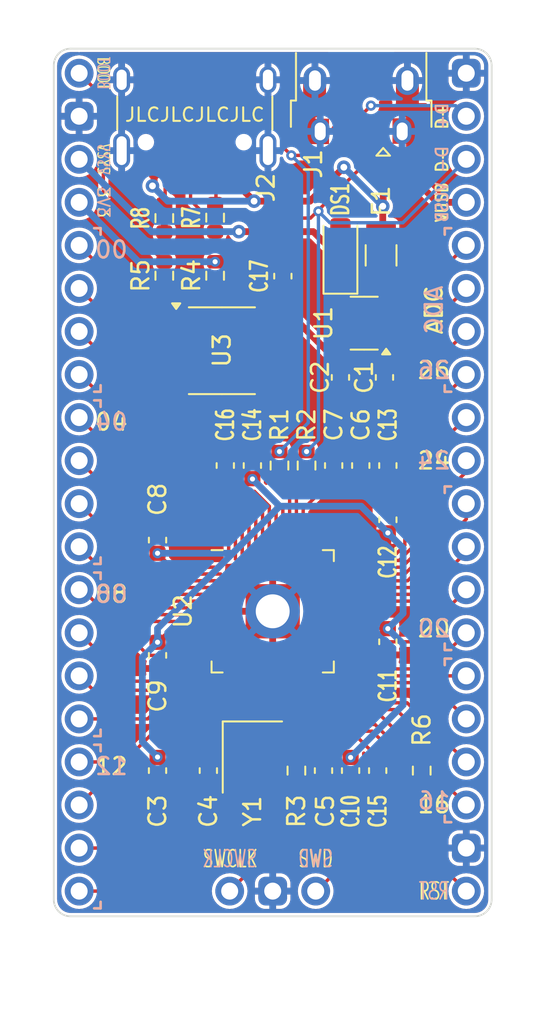
<source format=kicad_pcb>
(kicad_pcb (version 20240108) (generator "pcbnew") (generator_version "8.0")
  (title_block (title "YUIOP2040") (date "2024-08-03") (rev "3") (company "KaoriYa"))
  (layers (0 "F.Cu" signal) (31 "B.Cu" signal) (34 "B.Paste" user) (35 "F.Paste" user) (36 "B.SilkS" user "B.Silkscreen") (37 "F.SilkS" user "F.Silkscreen") (38 "B.Mask" user) (39 "F.Mask" user) (44 "Edge.Cuts" user))
  (net 0 "")
  (net 1 "/VSYS")
  (net 2 "GND")
  (net 3 "+3V3")
  (net 4 "/XIN")
  (net 5 "Net-(C5-Pad2)")
  (net 6 "+1V1")
  (net 7 "Net-(DS1-Pad2)")
  (net 8 "/USB_VBUS")
  (net 9 "/USB_D-")
  (net 10 "/USB_D+")
  (net 12 "Net-(J2-PadA5)")
  (net 14 "Net-(J2-PadB5)")
  (net 16 "Net-(R1-Pad1)")
  (net 17 "Net-(R2-Pad1)")
  (net 18 "/XOUT")
  (net 19 "/QSPI_SS")
  (net 20 "/RUN")
  (net 22 "/GPIO0")
  (net 23 "/GPIO1")
  (net 24 "/GPIO2")
  (net 25 "/GPIO3")
  (net 26 "/GPIO4")
  (net 27 "/GPIO5")
  (net 28 "/GPIO6")
  (net 29 "/GPIO7")
  (net 30 "/GPIO8")
  (net 31 "/GPIO9")
  (net 32 "/GPIO10")
  (net 33 "/GPIO11")
  (net 34 "/GPIO12")
  (net 35 "/GPIO13")
  (net 36 "/GPIO14")
  (net 37 "/GPIO15")
  (net 38 "/SWCLK")
  (net 39 "/SWD")
  (net 40 "/GPIO16")
  (net 41 "/GPIO17")
  (net 42 "/GPIO18")
  (net 43 "/GPIO19")
  (net 44 "/GPIO20")
  (net 45 "/GPIO21")
  (net 46 "/GPIO22")
  (net 47 "/GPIO23")
  (net 48 "/GPIO24")
  (net 49 "/GPIO25")
  (net 50 "/GPIO26_ADC0")
  (net 51 "/GPIO27_ADC1")
  (net 52 "/GPIO28_ADC2")
  (net 53 "/GPIO29_ADC3")
  (net 54 "/QSPI_SD3")
  (net 55 "/QSPI_SCLK")
  (net 56 "/QSPI_SD0")
  (net 57 "/QSPI_SD2")
  (net 58 "/QSPI_SD1")
  (net 59 "/BOOTSEL")
  (net 60 "/RESET")
  (footprint "Resistor_SMD:R_0603_1608Metric" (layer "F.Cu") (at 141.4 98.2 90)
    (property "Reference" "R2")
    (property "Value" "27")
  )
  (footprint "RP2040_minimal:RP2040-QFN-56-r2" (layer "F.Cu") (at 139.4 106.8)
    (property "Reference" "U2")
    (property "Value" "RP2040")
  )
  (footprint "Connector_PinHeader_2.54mm:PinHeader_1x20_P2.54mm_Vertical" (layer "F.Cu") (at 150.83 123.31 180)
    (property "Reference" "J4" (hide yes))
    (property "Value" "Conn_01x20")
  )
  (footprint "Capacitor_SMD:C_0603_1608Metric" (layer "F.Cu") (at 144 116.2 -90)
    (property "Reference" "C10")
    (property "Value" "100n")
  )
  (footprint "Capacitor_SMD:C_0603_1608Metric" (layer "F.Cu") (at 132.6 109.4 -90)
    (property "Reference" "C9")
    (property "Value" "100n")
  )
  (footprint "Capacitor_SMD:C_0603_1608Metric" (layer "F.Cu") (at 146.2 108.6 -90)
    (property "Reference" "C11")
    (property "Value" "100n")
  )
  (footprint "Resistor_SMD:R_0603_1608Metric" (layer "F.Cu") (at 139.8 98.2 90)
    (property "Reference" "R1")
    (property "Value" "27")
  )
  (footprint "Package_TO_SOT_SMD:SOT-23-5" (layer "F.Cu") (at 144.8 89.8 180)
    (property "Reference" "U1")
    (property "Value" "MIC5219-3.3YM5")
  )
  (footprint "Connector_PinHeader_2.54mm:PinHeader_1x03_P2.54mm_Vertical" (layer "F.Cu") (at 136.86 123.31 90)
    (property "Reference" "J5" (hide yes))
    (property "Value" "Conn_01x03")
  )
  (footprint "Capacitor_SMD:C_0603_1608Metric" (layer "F.Cu") (at 135.6 116.2 90)
    (property "Reference" "C4")
    (property "Value" "10p")
  )
  (footprint "Diode_SMD:D_SOD-123" (layer "F.Cu") (at 143.4 85.7 90)
    (property "Reference" "DS1")
    (property "Value" "RB160M-30TR")
  )
  (footprint "Capacitor_SMD:C_0603_1608Metric" (layer "F.Cu") (at 145.6 116.2 -90)
    (property "Reference" "C15")
    (property "Value" "100n")
  )
  (footprint "Resistor_SMD:R_0603_1608Metric" (layer "F.Cu") (at 136 83.575 -90)
    (property "Reference" "R7")
    (property "Value" "5.1k")
  )
  (footprint "Capacitor_SMD:C_0603_1608Metric" (layer "F.Cu") (at 132.6 116.2 -90)
    (property "Reference" "C3")
    (property "Value" "10u")
  )
  (footprint "Crystal:Crystal_SMD_SeikoEpson_FA238V-4Pin_3.2x2.5mm" (layer "F.Cu") (at 138.2 115.4 -90)
    (property "Reference" "Y1")
    (property "Value" "FA238V 12.000000MHz 10.0 +50.0-50.0")
  )
  (footprint "Resistor_SMD:R_0603_1608Metric" (layer "F.Cu") (at 133 83.6 -90)
    (property "Reference" "R8")
    (property "Value" "5.1k")
  )
  (footprint "Capacitor_SMD:C_0603_1608Metric" (layer "F.Cu") (at 146.2 101.4 90)
    (property "Reference" "C12")
    (property "Value" "100n")
  )
  (footprint "Capacitor_SMD:C_0603_1608Metric" (layer "F.Cu") (at 146 93 -90)
    (property "Reference" "C1")
    (property "Value" "10u")
  )
  (footprint "Fuse:Fuse_1206_3216Metric" (layer "F.Cu") (at 145.8 85.8 -90)
    (property "Reference" "F1")
    (property "Value" "MF-NSMF050-2")
  )
  (footprint "Capacitor_SMD:C_0603_1608Metric" (layer "F.Cu") (at 143 98.2 90)
    (property "Reference" "C7")
    (property "Value" "1u")
  )
  (footprint "Capacitor_SMD:C_0603_1608Metric" (layer "F.Cu") (at 138.2 98.2 90)
    (property "Reference" "C14")
    (property "Value" "100n")
  )
  (footprint "Resistor_SMD:R_0603_1608Metric" (layer "F.Cu") (at 133 87 -90)
    (property "Reference" "R5")
    (property "Value" "1k")
  )
  (footprint "Capacitor_SMD:C_0603_1608Metric" (layer "F.Cu") (at 144.6 98.2 90)
    (property "Reference" "C6")
    (property "Value" "1u")
  )
  (footprint "Package_SO:SOIC-8_3.9x4.9mm_P1.27mm" (layer "F.Cu") (at 136.4 91.425)
    (property "Reference" "U3")
    (property "Value" "W25Q16JVSS")
  )
  (footprint "Capacitor_SMD:C_0603_1608Metric" (layer "F.Cu") (at 136.6 98.2 90)
    (property "Reference" "C16")
    (property "Value" "100n")
  )
  (footprint "Resistor_SMD:R_0603_1608Metric" (layer "F.Cu") (at 140.8 116.2 90)
    (property "Reference" "R3")
    (property "Value" "1k")
  )
  (footprint "Capacitor_SMD:C_0603_1608Metric" (layer "F.Cu") (at 146.2 98.2 90)
    (property "Reference" "C13")
    (property "Value" "100n")
  )
  (footprint "Connector_PinHeader_2.54mm:PinHeader_1x20_P2.54mm_Vertical" (layer "F.Cu") (at 127.97 75.05)
    (property "Reference" "J3" (hide yes))
    (property "Value" "Conn_01x20")
  )
  (footprint "Capacitor_SMD:C_0603_1608Metric" (layer "F.Cu") (at 143.4 93 -90)
    (property "Reference" "C2")
    (property "Value" "10u")
  )
  (footprint "Capacitor_SMD:C_0603_1608Metric" (layer "F.Cu") (at 142.4 116.2 90)
    (property "Reference" "C5")
    (property "Value" "10p")
  )
  (footprint "Connector_USB:USB_Micro-B_Amphenol_10103594-0001LF_Horizontal" (layer "F.Cu") (at 144.6 76.6 180)
    (property "Reference" "J1")
    (property "Value" "USB_B_Micro")
  )
  (footprint "Connector_USB:USB_C_Receptacle_XKB_U262-16XN-4BVC11" (layer "F.Cu") (at 134.8 76.515 180)
    (property "Reference" "J2")
    (property "Value" "USB_C_Receptacle_USB2.0")
  )
  (footprint "Capacitor_SMD:C_0603_1608Metric" (layer "F.Cu") (at 132.6 102.6 90)
    (property "Reference" "C8")
    (property "Value" "100n")
  )
  (footprint "Capacitor_SMD:C_0603_1608Metric" (layer "F.Cu") (at 140 87.025 90)
    (property "Reference" "C17")
    (property "Value" "100n")
  )
  (footprint "Resistor_SMD:R_0603_1608Metric" (layer "F.Cu") (at 148.2 116.2 90)
    (property "Reference" "R6")
    (property "Value" "1k")
  )
  (footprint "Resistor_SMD:R_0603_1608Metric" (layer "F.Cu") (at 136 87 90)
    (property "Reference" "R4")
    (property "Value" "10k")
  )
  (gr_line (start 129.24 114.166) (end 129.24 113.785) (stroke (width 0.15)) (layer "B.SilkS"))
  (gr_line (start 128.859 93.846) (end 129.24 93.846) (stroke (width 0.15)) (layer "B.SilkS"))
  (gr_line (start 149.56 108.705) (end 149.56 109.086) (stroke (width 0.15)) (layer "B.SilkS"))
  (gr_line (start 129.24 115.055) (end 129.24 114.674) (stroke (width 0.15)) (layer "B.SilkS"))
  (gr_line (start 129.24 84.194) (end 128.859 84.194) (stroke (width 0.15)) (layer "B.SilkS"))
  (gr_line (start 129.24 94.735) (end 129.24 94.354) (stroke (width 0.15)) (layer "B.SilkS"))
  (gr_line (start 149.941 84.194) (end 149.56 84.194) (stroke (width 0.15)) (layer "B.SilkS"))
  (gr_line (start 129.24 104.006) (end 129.24 103.625) (stroke (width 0.15)) (layer "B.SilkS"))
  (gr_line (start 149.56 109.086) (end 149.941 109.086) (stroke (width 0.15)) (layer "B.SilkS"))
  (gr_line (start 149.56 93.846) (end 149.941 93.846) (stroke (width 0.15)) (layer "B.SilkS"))
  (gr_line (start 129.24 104.514) (end 128.859 104.514) (stroke (width 0.15)) (layer "B.SilkS"))
  (gr_line (start 129.24 84.575) (end 129.24 84.194) (stroke (width 0.15)) (layer "B.SilkS"))
  (gr_line (start 149.56 99.434) (end 149.56 99.815) (stroke (width 0.15)) (layer "B.SilkS"))
  (gr_line (start 129.24 94.354) (end 128.859 94.354) (stroke (width 0.15)) (layer "B.SilkS"))
  (gr_line (start 149.56 93.465) (end 149.56 93.846) (stroke (width 0.15)) (layer "B.SilkS"))
  (gr_line (start 149.941 99.434) (end 149.56 99.434) (stroke (width 0.15)) (layer "B.SilkS"))
  (gr_line (start 129.24 114.674) (end 128.859 114.674) (stroke (width 0.15)) (layer "B.SilkS"))
  (gr_line (start 128.859 104.006) (end 129.24 104.006) (stroke (width 0.15)) (layer "B.SilkS"))
  (gr_line (start 129.24 104.895) (end 129.24 104.514) (stroke (width 0.15)) (layer "B.SilkS"))
  (gr_line (start 129.24 93.846) (end 129.24 93.465) (stroke (width 0.15)) (layer "B.SilkS"))
  (gr_line (start 149.56 118.865) (end 149.56 119.246) (stroke (width 0.15)) (layer "B.SilkS"))
  (gr_line (start 149.56 119.246) (end 149.941 119.246) (stroke (width 0.15)) (layer "B.SilkS"))
  (gr_line (start 128.859 114.166) (end 129.24 114.166) (stroke (width 0.15)) (layer "B.SilkS"))
  (gr_line (start 128.859 124.326) (end 129.24 124.326) (stroke (width 0.15)) (layer "B.SilkS"))
  (gr_line (start 149.56 109.594) (end 149.56 109.975) (stroke (width 0.15)) (layer "B.SilkS"))
  (gr_line (start 149.56 84.194) (end 149.56 84.575) (stroke (width 0.15)) (layer "B.SilkS"))
  (gr_line (start 129.24 124.326) (end 129.24 123.945) (stroke (width 0.15)) (layer "B.SilkS"))
  (gr_line (start 149.941 109.594) (end 149.56 109.594) (stroke (width 0.15)) (layer "B.SilkS"))
  (gr_line (start 129.24 115.055) (end 129.24 114.674) (stroke (width 0.15)) (layer "F.SilkS"))
  (gr_line (start 149.56 84.194) (end 149.56 84.575) (stroke (width 0.15)) (layer "F.SilkS"))
  (gr_line (start 149.56 99.434) (end 149.56 99.815) (stroke (width 0.15)) (layer "F.SilkS"))
  (gr_line (start 128.859 114.166) (end 129.24 114.166) (stroke (width 0.15)) (layer "F.SilkS"))
  (gr_line (start 129.24 93.846) (end 129.24 93.465) (stroke (width 0.15)) (layer "F.SilkS"))
  (gr_line (start 149.941 99.434) (end 149.56 99.434) (stroke (width 0.15)) (layer "F.SilkS"))
  (gr_line (start 129.24 104.514) (end 128.859 104.514) (stroke (width 0.15)) (layer "F.SilkS"))
  (gr_line (start 129.24 124.326) (end 129.24 123.945) (stroke (width 0.15)) (layer "F.SilkS"))
  (gr_line (start 129.24 104.006) (end 129.24 103.625) (stroke (width 0.15)) (layer "F.SilkS"))
  (gr_line (start 129.24 94.735) (end 129.24 94.354) (stroke (width 0.15)) (layer "F.SilkS"))
  (gr_line (start 129.24 104.895) (end 129.24 104.514) (stroke (width 0.15)) (layer "F.SilkS"))
  (gr_line (start 129.24 94.354) (end 128.859 94.354) (stroke (width 0.15)) (layer "F.SilkS"))
  (gr_line (start 149.56 118.865) (end 149.56 119.246) (stroke (width 0.15)) (layer "F.SilkS"))
  (gr_line (start 128.859 93.846) (end 129.24 93.846) (stroke (width 0.15)) (layer "F.SilkS"))
  (gr_line (start 149.56 93.465) (end 149.56 93.846) (stroke (width 0.15)) (layer "F.SilkS"))
  (gr_line (start 149.941 109.594) (end 149.56 109.594) (stroke (width 0.15)) (layer "F.SilkS"))
  (gr_line (start 129.24 84.194) (end 128.859 84.194) (stroke (width 0.15)) (layer "F.SilkS"))
  (gr_line (start 149.56 93.846) (end 149.941 93.846) (stroke (width 0.15)) (layer "F.SilkS"))
  (gr_line (start 149.56 119.246) (end 149.941 119.246) (stroke (width 0.15)) (layer "F.SilkS"))
  (gr_line (start 129.24 114.674) (end 128.859 114.674) (stroke (width 0.15)) (layer "F.SilkS"))
  (gr_line (start 149.56 108.705) (end 149.56 109.086) (stroke (width 0.15)) (layer "F.SilkS"))
  (gr_line (start 149.941 84.194) (end 149.56 84.194) (stroke (width 0.15)) (layer "F.SilkS"))
  (gr_line (start 129.24 114.166) (end 129.24 113.785) (stroke (width 0.15)) (layer "F.SilkS"))
  (gr_line (start 128.859 104.006) (end 129.24 104.006) (stroke (width 0.15)) (layer "F.SilkS"))
  (gr_line (start 149.56 109.594) (end 149.56 109.975) (stroke (width 0.15)) (layer "F.SilkS"))
  (gr_line (start 129.24 84.575) (end 129.24 84.194) (stroke (width 0.15)) (layer "F.SilkS"))
  (gr_line (start 128.859 124.326) (end 129.24 124.326) (stroke (width 0.15)) (layer "F.SilkS"))
  (gr_line (start 149.56 109.086) (end 149.941 109.086) (stroke (width 0.15)) (layer "F.SilkS"))
  (gr_arc (start 127.470001 124.799999) (mid 126.762894 124.507106) (end 126.470001 123.799999) (stroke (width 0.1)) (layer "Edge.Cuts"))
  (gr_line (start 151.329999 124.799999) (end 127.470001 124.799999) (stroke (width 0.1)) (layer "Edge.Cuts"))
  (gr_arc (start 152.329999 123.799999) (mid 152.037106 124.507106) (end 151.329999 124.799999) (stroke (width 0.1)) (layer "Edge.Cuts"))
  (gr_arc (start 126.47 74.6) (mid 126.762893 73.892893) (end 127.47 73.6) (stroke (width 0.1)) (layer "Edge.Cuts"))
  (gr_arc (start 151.329999 73.600001) (mid 152.037106 73.892894) (end 152.329999 74.600001) (stroke (width 0.1)) (layer "Edge.Cuts"))
  (gr_line (start 152.329999 74.600001) (end 152.329999 123.799999) (stroke (width 0.1)) (layer "Edge.Cuts"))
  (gr_line (start 151.329999 73.600001) (end 127.47 73.6) (stroke (width 0.1)) (layer "Edge.Cuts"))
  (gr_line (start 126.47 74.6) (end 126.470001 123.799999) (stroke (width 0.1)) (layer "Edge.Cuts"))
  (gr_text "SWCLK" (at 136.86 121.405 0) (layer "B.SilkS") (effects (font (size 1 0.66) (thickness 0.1)) (justify mirror)))
  (gr_text "SWD" (at 141.94 121.405 0) (layer "B.SilkS") (effects (font (size 1 0.66) (thickness 0.1)) (justify mirror)))
  (gr_text "ADC" (at 148.925 89.02 90) (layer "B.SilkS") (effects (font (size 1 1)) (justify mirror)))
  (gr_text "3V3" (at 129.4 82.67 270) (layer "B.SilkS") (effects (font (size 0.7 0.66) (thickness 0.1)) (justify mirror)))
  (gr_text "BOOT" (at 129.4 75.05 270) (layer "B.SilkS") (effects (font (size 0.7 0.5) (thickness 0.075)) (justify mirror)))
  (gr_text "VSYS" (at 129.4 80.13 270) (layer "B.SilkS") (effects (font (size 0.7 0.5) (thickness 0.075)) (justify mirror)))
  (gr_text "24" (at 148.913823 97.91 0) (layer "B.SilkS") (effects (font (size 1 1)) (justify mirror)))
  (gr_text "RST" (at 148.925 123.31 0) (layer "B.SilkS") (effects (font (size 1 0.66) (thickness 0.1)) (justify mirror)))
  (gr_text "D-" (at 149.4 80.13 90) (layer "B.SilkS") (effects (font (size 0.7 0.7) (thickness 0.12)) (justify mirror)))
  (gr_text "D+" (at 149.4 77.59 90) (layer "B.SilkS") (effects (font (size 0.7 0.7) (thickness 0.12)) (justify mirror)))
  (gr_text "08" (at 129.875 105.784 0) (layer "B.SilkS") (effects (font (size 1 1)) (justify mirror)))
  (gr_text "04" (at 129.875 95.624 0) (layer "B.SilkS") (effects (font (size 1 1)) (justify mirror)))
  (gr_text "16" (at 148.925 117.976 0) (layer "B.SilkS") (effects (font (size 1 1)) (justify mirror)))
  (gr_text "20" (at 148.925 107.816 0) (layer "B.SilkS") (effects (font (size 1 1)) (justify mirror)))
  (gr_text "00" (at 129.875 85.464 0) (layer "B.SilkS") (effects (font (size 1 1)) (justify mirror)))
  (gr_text "26" (at 148.925 92.576 0) (layer "B.SilkS") (effects (font (size 1 1)) (justify mirror)))
  (gr_text "VUSB" (at 149.4 82.67 90) (layer "B.SilkS") (effects (font (size 0.7 0.6) (thickness 0.12)) (justify mirror)))
  (gr_text "12" (at 129.875 115.944 0) (layer "B.SilkS") (effects (font (size 1 1)) (justify mirror)))
  (gr_text "VSYS" (at 129.4 80.127964 270) (layer "F.SilkS") (effects (font (size 0.7 0.5) (thickness 0.075))))
  (gr_text "BOOT" (at 129.4 75.05 270) (layer "F.SilkS") (effects (font (size 0.7 0.5) (thickness 0.075))))
  (gr_text "VUSB" (at 149.4 82.67 90) (layer "F.SilkS") (effects (font (size 0.7 0.6) (thickness 0.12))))
  (gr_text "20" (at 148.925 107.816 0) (layer "F.SilkS") (effects (font (size 1 1))))
  (gr_text "24" (at 148.925 97.91 0) (layer "F.SilkS") (effects (font (size 1 1))))
  (gr_text "16" (at 148.925 118.2 0) (layer "F.SilkS") (effects (font (size 1 1))))
  (gr_text "JLCJLCJLCJLC" (at 134.8 77.5 0) (layer "F.SilkS") (effects (font (size 0.8 0.8) (thickness 0.12))))
  (gr_text "SWD" (at 141.94 121.405 0) (layer "F.SilkS") (effects (font (size 1 0.66) (thickness 0.1))))
  (gr_text "3V3" (at 129.4 82.67 270) (layer "F.SilkS") (effects (font (size 0.7 0.66) (thickness 0.1))))
  (gr_text "12" (at 129.875 115.944 0) (layer "F.SilkS") (effects (font (size 1 1))))
  (gr_text "00" (at 129.875 85.464 0) (layer "F.SilkS") (effects (font (size 1 1))))
  (gr_text "26" (at 148.925 92.576 0) (layer "F.SilkS") (effects (font (size 1 1))))
  (gr_text "D+" (at 149.4 77.59 90) (layer "F.SilkS") (effects (font (size 0.7 0.7) (thickness 0.12))))
  (gr_text "SWCLK" (at 136.9 121.405 0) (layer "F.SilkS") (effects (font (size 1 0.66) (thickness 0.1))))
  (gr_text "04" (at 129.875 95.624 0) (layer "F.SilkS") (effects (font (size 1 1))))
  (gr_text "D-" (at 149.4 80.13 90) (layer "F.SilkS") (effects (font (size 0.7 0.7) (thickness 0.12))))
  (gr_text "08" (at 129.875 105.784 0) (layer "F.SilkS") (effects (font (size 1 1))))
  (gr_text "RST" (at 148.925 123.31 0) (layer "F.SilkS") (effects (font (size 1 0.66) (thickness 0.1))))
  (gr_text "ADC" (at 148.925 89.02 90) (layer "F.SilkS") (effects (font (size 1 1))))
  (segment (start 143.4 86) (end 143.4 87.35) (width 0.4) (layer "F.Cu") (net 1))
  (segment (start 146.55 90.75) (end 145.9375 90.75) (width 0.4) (layer "F.Cu") (net 1))
  (segment (start 137.4 84.4) (end 141.8 84.4) (width 0.4) (layer "F.Cu") (net 1))
  (segment (start 143.702138 87.45) (end 143.4 87.45) (width 0.4) (layer "F.Cu") (net 1))
  (segment (start 146.2 91.0125) (end 146.2 92.225) (width 0.4) (layer "F.Cu") (net 1))
  (segment (start 145.102138 88.85) (end 143.702138 87.45) (width 0.4) (layer "F.Cu") (net 1))
  (segment (start 146.99952 90.30048) (end 146.55 90.75) (width 0.4) (layer "F.Cu") (net 1))
  (segment (start 146.45 88.85) (end 146.99952 89.39952) (width 0.4) (layer "F.Cu") (net 1))
  (segment (start 146.99952 89.39952) (end 146.99952 90.30048) (width 0.4) (layer "F.Cu") (net 1))
  (segment (start 145.9375 88.85) (end 146.45 88.85) (width 0.4) (layer "F.Cu") (net 1))
  (segment (start 145.9375 88.85) (end 145.102138 88.85) (width 0.4) (layer "F.Cu") (net 1))
  (segment (start 145.9375 90.75) (end 146.2 91.0125) (width 0.4) (layer "F.Cu") (net 1))
  (segment (start 141.8 84.4) (end 143.4 86) (width 0.4) (layer "F.Cu") (net 1))
  (via (at 137.4 84.4) (size 0.8) (drill 0.4) (layers "F.Cu" "B.Cu") (net 1))
  (segment (start 132.24 84.4) (end 127.97 80.13) (width 0.4) (layer "B.Cu") (net 1))
  (segment (start 137.4 84.4) (end 132.24 84.4) (width 0.4) (layer "B.Cu") (net 1))
  (segment (start 139.15 114.2) (end 139.15 114.7) (width 0.2) (layer "F.Cu") (net 2))
  (segment (start 143.395 75.485) (end 143.665 75.215) (width 0.4) (layer "F.Cu") (net 2))
  (segment (start 141.895 75.485) (end 143.395 75.485) (width 0.4) (layer "F.Cu") (net 2))
  (segment (start 145.585 75.215) (end 143.665 75.215) (width 0.4) (layer "F.Cu") (net 2))
  (segment (start 145.855 75.485) (end 145.585 75.215) (width 0.4) (layer "F.Cu") (net 2))
  (segment (start 147.355 75.485) (end 145.855 75.485) (width 0.4) (layer "F.Cu") (net 2))
  (segment (start 143.4 91.0125) (end 143.4 92.225) (width 0.4) (layer "F.Cu") (net 3))
  (segment (start 142.8375 107.8) (end 146.175 107.8) (width 0.2) (layer "F.Cu") (net 3))
  (segment (start 143.4 92.225) (end 143.525 92.225) (width 0.4) (layer "F.Cu") (net 3))
  (segment (start 133.425 104.2) (end 132.6 103.375) (width 0.2) (layer "F.Cu") (net 3))
  (segment (start 140.665486 114.67548) (end 140.449031 114.459025) (width 0.2) (layer "F.Cu") (net 3))
  (segment (start 144 115.425) (end 143.25048 114.67548) (width 0.2) (layer "F.Cu") (net 3))
  (segment (start 139.6 100.3875) (end 139.6 103.3625) (width 0.2) (layer "F.Cu") (net 3))
  (segment (start 140 88.825) (end 143.4 92.225) (width 0.4) (layer "F.Cu") (net 3))
  (segment (start 146.2 102.175) (end 146.2 102.039303) (width 0.2) (layer "F.Cu") (net 3))
  (segment (start 132.6 108.625) (end 133.425 107.8) (width 0.2) (layer "F.Cu") (net 3))
  (segment (start 138.875 89.52) (end 140.695 89.52) (width 0.4) (layer "F.Cu") (net 3))
  (segment (start 140.449031 114.459025) (end 140.449031 113.049031) (width 0.2) (layer "F.Cu") (net 3))
  (segment (start 138.375 86.175) (end 136 86.175) (width 0.4) (layer "F.Cu") (net 3))
  (segment (start 140 87.8) (end 138.375 86.175) (width 0.4) (layer "F.Cu") (net 3))
  (segment (start 144.8 93.5) (end 144.8 94.4) (width 0.4) (layer "F.Cu") (net 3))
  (segment (start 144.8 94.4) (end 147.1 96.7) (width 0.4) (layer "F.Cu") (net 3))
  (segment (start 133.425 107.8) (end 135.9625 107.8) (width 0.2) (layer "F.Cu") (net 3))
  (segment (start 138.2 98.9875) (end 139.6 100.3875) (width 0.2) (layer "F.Cu") (net 3))
  (segment (start 139.6 100.3875) (end 140 100.7875) (width 0.2) (layer "F.Cu") (net 3))
  (segment (start 139.6 112.2) (end 139.6 110.2375) (width 0.2) (layer "F.Cu") (net 3))
  (segment (start 143.6625 90.75) (end 143.4 91.0125) (width 0.4) (layer "F.Cu") (net 3))
  (segment (start 140.695 89.52) (end 143.4 92.225) (width 0.4) (layer "F.Cu") (net 3))
  (segment (start 146.175 107.8) (end 146.2 107.825) (width 0.2) (layer "F.Cu") (net 3))
  (segment (start 138.20625 98.99375) (end 138.2 98.9875) (width 0.2) (layer "F.Cu") (net 3))
  (segment (start 140.449031 113.049031) (end 139.6 112.2) (width 0.2) (layer "F.Cu") (net 3))
  (segment (start 147.1 96.7) (end 147.1 98.075) (width 0.4) (layer "F.Cu") (net 3))
  (segment (start 140 87.8) (end 140 88.825) (width 0.4) (layer "F.Cu") (net 3))
  (segment (start 140 103.3625) (end 140 100.7875) (width 0.2) (layer "F.Cu") (net 3))
  (segment (start 138.2 98.975) (end 138.2 98.9875) (width 0.2) (layer "F.Cu") (net 3))
  (segment (start 135.9625 104.2) (end 133.425 104.2) (width 0.2) (layer "F.Cu") (net 3))
  (segment (start 143.525 92.225) (end 144.8 93.5) (width 0.4) (layer "F.Cu") (net 3))
  (segment (start 147.1 98.075) (end 146.2 98.975) (width 0.4) (layer "F.Cu") (net 3))
  (segment (start 143.25048 114.67548) (end 140.665486 114.67548) (width 0.2) (layer "F.Cu") (net 3))
  (via (at 136 86.175) (size 0.6) (drill 0.3) (layers "F.Cu" "B.Cu") (net 3))
  (via (at 132.6 103.375) (size 0.6) (drill 0.3) (layers "F.Cu" "B.Cu") (net 3))
  (via (at 146.2 102.175) (size 0.6) (drill 0.3) (layers "F.Cu" "B.Cu") (net 3))
  (via (at 132.6 108.625) (size 0.6) (drill 0.3) (layers "F.Cu" "B.Cu") (net 3))
  (via (at 144 115.425) (size 0.6) (drill 0.3) (layers "F.Cu" "B.Cu") (net 3))
  (via (at 132.6 115.4) (size 0.6) (drill 0.3) (layers "F.Cu" "B.Cu") (net 3))
  (via (at 146.2 107.825) (size 0.6) (drill 0.3) (layers "F.Cu" "B.Cu") (net 3))
  (via (at 138.20625 98.99375) (size 0.6) (drill 0.3) (layers "F.Cu" "B.Cu") (net 3))
  (segment (start 137.20625 103.20625) (end 139.8125 100.6) (width 0.4) (layer "B.Cu") (net 3))
  (segment (start 147.1 112.325) (end 144 115.425) (width 0.4) (layer "B.Cu") (net 3))
  (segment (start 147.1 106.925) (end 146.2 107.825) (width 0.4) (layer "B.Cu") (net 3))
  (segment (start 139.8125 100.6) (end 138.20625 98.99375) (width 0.4) (layer "B.Cu") (net 3))
  (segment (start 132.6 107.8125) (end 137.20625 103.20625) (width 0.4) (layer "B.Cu") (net 3))
  (segment (start 147.1 104.6) (end 147.1 106.925) (width 0.4) (layer "B.Cu") (net 3))
  (segment (start 132.6 103.375) (end 137.0375 103.375) (width 0.4) (layer "B.Cu") (net 3))
  (segment (start 132.6 108.625) (end 132.6 107.8125) (width 0.4) (layer "B.Cu") (net 3))
  (segment (start 131.7 109.525) (end 131.7 114.5) (width 0.4) (layer "B.Cu") (net 3))
  (segment (start 137.0375 103.375) (end 137.20625 103.20625) (width 0.2) (layer "B.Cu") (net 3))
  (segment (start 144.1 100.6) (end 139.8125 100.6) (width 0.4) (layer "B.Cu") (net 3))
  (segment (start 131.7 114.5) (end 132.6 115.4) (width 0.4) (layer "B.Cu") (net 3))
  (segment (start 147.1 104.6) (end 147.1 103.075) (width 0.4) (layer "B.Cu") (net 3))
  (segment (start 132.6 108.625) (end 131.7 109.525) (width 0.4) (layer "B.Cu") (net 3))
  (segment (start 146.2 107.825) (end 147.1 108.725) (width 0.4) (layer "B.Cu") (net 3))
  (segment (start 131.475 86.175) (end 136 86.175) (width 0.4) (layer "B.Cu") (net 3))
  (segment (start 144.625 100.6) (end 146.2 102.175) (width 0.4) (layer "B.Cu") (net 3))
  (segment (start 147.1 103.075) (end 146.2 102.175) (width 0.4) (layer "B.Cu") (net 3))
  (segment (start 144.1 100.6) (end 144.625 100.6) (width 0.4) (layer "B.Cu") (net 3))
  (segment (start 127.97 82.67) (end 131.475 86.175) (width 0.4) (layer "B.Cu") (net 3))
  (segment (start 147.1 108.725) (end 147.1 112.325) (width 0.4) (layer "B.Cu") (net 3))
  (segment (start 138.8 112.65) (end 137.25 114.2) (width 0.2) (layer "F.Cu") (net 4))
  (segment (start 135.6 115.425) (end 136.025 115.425) (width 0.2) (layer "F.Cu") (net 4))
  (segment (start 136.025 115.425) (end 137.25 114.2) (width 0.2) (layer "F.Cu") (net 4))
  (segment (start 138.8 110.2375) (end 138.8 112.65) (width 0.2) (layer "F.Cu") (net 4))
  (segment (start 139.575 117.025) (end 140.8 117.025) (width 0.2) (layer "F.Cu") (net 5))
  (segment (start 139.15 116.6) (end 139.575 117.025) (width 0.2) (layer "F.Cu") (net 5))
  (segment (start 140.8 117.025) (end 142.4 115.425) (width 0.2) (layer "F.Cu") (net 5))
  (segment (start 140.87596 114.27596) (end 140.848551 114.248551) (width 0.2) (layer "F.Cu") (net 6))
  (segment (start 141.2 103.894295) (end 141.2 103.3625) (width 0.2) (layer "F.Cu") (net 6))
  (segment (start 141.2 109) (end 140.604727 109) (width 0.2) (layer "F.Cu") (net 6))
  (segment (start 140 112.034994) (end 140 110.2375) (width 0.2) (layer "F.Cu") (net 6))
  (segment (start 140.848551 112.883545) (end 140 112.034994) (width 0.2) (layer "F.Cu") (net 6))
  (segment (start 139.2 103.3625) (end 139.2 100.6) (width 0.2) (layer "F.Cu") (net 6))
  (segment (start 140.604727 109) (end 140 109.604727) (width 0.2) (layer "F.Cu") (net 6))
  (segment (start 141.6 105.4) (end 141.6 108.6) (width 0.2) (layer "F.Cu") (net 6))
  (segment (start 140.494295 104.6) (end 141.2 103.894295) (width 0.2) (layer "F.Cu") (net 6))
  (segment (start 139.2 103.894295) (end 139.905705 104.6) (width 0.2) (layer "F.Cu") (net 6))
  (segment (start 144.45096 114.27596) (end 140.87596 114.27596) (width 0.2) (layer "F.Cu") (net 6))
  (segment (start 139.2 103.3625) (end 139.2 103.894295) (width 0.2) (layer "F.Cu") (net 6))
  (segment (start 140.2 104.6) (end 140.8 104.6) (width 0.2) (layer "F.Cu") (net 6))
  (segment (start 137.34952 99.72452) (end 136.6 98.975) (width 0.2) (layer "F.Cu") (net 6))
  (segment (start 140.2 104.6) (end 140.494295 104.6) (width 0.2) (layer "F.Cu") (net 6))
  (segment (start 140.8 104.6) (end 141.6 105.4) (width 0.2) (layer "F.Cu") (net 6))
  (segment (start 141.2 100.775) (end 143 98.975) (width 0.2) (layer "F.Cu") (net 6))
  (segment (start 145.6 115.425) (end 144.45096 114.27596) (width 0.2) (layer "F.Cu") (net 6))
  (segment (start 139.905705 104.6) (end 140.2 104.6) (width 0.2) (layer "F.Cu") (net 6))
  (segment (start 141.2 103.3625) (end 141.2 100.775) (width 0.2) (layer "F.Cu") (net 6))
  (segment (start 139.2 100.6) (end 138.32452 99.72452) (width 0.2) (layer "F.Cu") (net 6))
  (segment (start 140 109.604727) (end 140 110.2375) (width 0.2) (layer "F.Cu") (net 6))
  (segment (start 140.848551 114.248551) (end 140.848551 112.883545) (width 0.2) (layer "F.Cu") (net 6))
  (segment (start 138.32452 99.72452) (end 137.34952 99.72452) (width 0.2) (layer "F.Cu") (net 6))
  (segment (start 141.6 108.6) (end 141.2 109) (width 0.2) (layer "F.Cu") (net 6))
  (segment (start 145.8 86.55) (end 143.4 84.15) (width 0.4) (layer "F.Cu") (net 7))
  (segment (start 145.8 87.2) (end 145.8 86.55) (width 0.4) (layer "F.Cu") (net 7))
  (segment (start 149.12 82.67) (end 145.925 79.475) (width 0.4) (layer "F.Cu") (net 8))
  (segment (start 132.4 81.2) (end 132.299511 81.099511) (width 0.4) (layer "F.Cu") (net 8))
  (segment (start 132.500489 81.099511) (end 132.500489 80.185) (width 0.4) (layer "F.Cu") (net 8))
  (segment (start 145.925 78.365) (end 145.925 79.475) (width 0.4) (layer "F.Cu") (net 8))
  (segment (start 132.4 81.6) (end 132.3 81.7) (width 0.4) (layer "F.Cu") (net 8))
  (segment (start 145.925 79.475) (end 145.925 82.875) (width 0.4) (layer "F.Cu") (net 8))
  (segment (start 132.4 81.2) (end 132.500489 81.099511) (width 0.4) (layer "F.Cu") (net 8))
  (segment (start 137.2 81.1) (end 137.300489 80.999511) (width 0.4) (layer "F.Cu") (net 8))
  (segment (start 149.12 82.67) (end 150.83 82.67) (width 0.4) (layer "F.Cu") (net 8))
  (segment (start 137.2 81.1) (end 137.2 81.5) (width 0.4) (layer "F.Cu") (net 8))
  (segment (start 145.9 82.9) (end 145.9 84.3) (width 0.4) (layer "F.Cu") (net 8))
  (segment (start 141.6 82.6) (end 143.6 80.6) (width 0.4) (layer "F.Cu") (net 8))
  (segment (start 137.2 81.5) (end 138.3 82.6) (width 0.4) (layer "F.Cu") (net 8))
  (segment (start 145.9 84.3) (end 145.8 84.4) (width 0.4) (layer "F.Cu") (net 8))
  (segment (start 137.300489 80.999511) (end 137.300489 80.185) (width 0.4) (layer "F.Cu") (net 8))
  (segment (start 137.2 81.1) (end 137.099511 80.999511) (width 0.4) (layer "F.Cu") (net 8))
  (segment (start 132.299511 81.099511) (end 132.299511 80.185) (width 0.4) (layer "F.Cu") (net 8))
  (segment (start 145.925 82.875) (end 145.9 82.9) (width 0.4) (layer "F.Cu") (net 8))
  (segment (start 132.4 81.3) (end 132.4 81.6) (width 0.4) (layer "F.Cu") (net 8))
  (segment (start 137.099511 80.999511) (end 137.099511 80.185) (width 0.4) (layer "F.Cu") (net 8))
  (segment (start 132.4 81.2) (end 132.4 81.3) (width 0.4) (layer "F.Cu") (net 8))
  (segment (start 138.3 82.6) (end 141.6 82.6) (width 0.4) (layer "F.Cu") (net 8))
  (via (at 132.3 81.7) (size 0.8) (drill 0.4) (layers "F.Cu" "B.Cu") (net 8))
  (via (at 143.6 80.6) (size 0.8) (drill 0.4) (layers "F.Cu" "B.Cu") (net 8))
  (via (at 145.9 82.9) (size 0.8) (drill 0.4) (layers "F.Cu" "B.Cu") (net 8))
  (via (at 138.3 82.6) (size 0.8) (drill 0.4) (layers "F.Cu" "B.Cu") (net 8))
  (segment (start 133.2 82.6) (end 138.3 82.6) (width 0.4) (layer "B.Cu") (net 8))
  (segment (start 132.3 81.7) (end 133.2 82.6) (width 0.4) (layer "B.Cu") (net 8))
  (segment (start 145.9 82.9) (end 143.6 80.6) (width 0.4) (layer "B.Cu") (net 8))
  (segment (start 134.55 82.55) (end 134.55 80.185) (width 0.2) (layer "F.Cu") (net 9))
  (segment (start 141.632502 83.6) (end 142.166251 83.066251) (width 0.2) (layer "F.Cu") (net 9))
  (segment (start 135.55 80.185) (end 135.55 81.009022) (width 0.2) (layer "F.Cu") (net 9))
  (segment (start 134.55 81.009022) (end 134.55 80.185) (width 0.2) (layer "F.Cu") (net 9))
  (segment (start 138.566783 83.6) (end 135.6 83.6) (width 0.2) (layer "F.Cu") (net 9))
  (segment (start 142.166251 83.066251) (end 145.275 79.957503) (width 0.2) (layer "F.Cu") (net 9))
  (segment (start 135.499511 81.059511) (end 134.600489 81.059511) (width 0.2) (layer "F.Cu") (net 9))
  (segment (start 145.275 79.957503) (end 145.275 78.365) (width 0.2) (layer "F.Cu") (net 9))
  (segment (start 142.1 83.132503) (end 142.166251 83.066251) (width 0.2) (layer "F.Cu") (net 9))
  (segment (start 142.1 83.2) (end 142.1 83.132503) (width 0.2) (layer "F.Cu") (net 9))
  (segment (start 135.6 83.6) (end 134.55 82.55) (width 0.2) (layer "F.Cu") (net 9))
  (segment (start 138.566783 83.6) (end 141.632502 83.6) (width 0.2) (layer "F.Cu") (net 9))
  (segment (start 135.55 81.009022) (end 135.499511 81.059511) (width 0.2) (layer "F.Cu") (net 9))
  (segment (start 134.600489 81.059511) (end 134.55 81.009022) (width 0.2) (layer "F.Cu") (net 9))
  (via (at 142.1 83.2) (size 0.6) (drill 0.3) (layers "F.Cu" "B.Cu") (net 9))
  (via (at 141.4 97.375) (size 0.6) (drill 0.3) (layers "F.Cu" "B.Cu") (net 9))
  (segment (start 147.085489 83.874511) (end 150.83 80.13) (width 0.2) (layer "B.Cu") (net 9))
  (segment (start 142.1 83.2) (end 142.1 96.675) (width 0.2) (layer "B.Cu") (net 9))
  (segment (start 142.1 96.675) (end 141.4 97.375) (width 0.2) (layer "B.Cu") (net 9))
  (segment (start 147.085489 83.874511) (end 142.774511 83.874511) (width 0.2) (layer "B.Cu") (net 9))
  (segment (start 142.1 83.2) (end 142.774511 83.874511) (width 0.2) (layer "B.Cu") (net 9))
  (segment (start 140.1 78.7) (end 139.5 78.1) (width 0.2) (layer "F.Cu") (net 10))
  (segment (start 144.625 79.339022) (end 144.625 78.365) (width 0.2) (layer "F.Cu") (net 10))
  (segment (start 140.1 79.5) (end 140.1 78.7) (width 0.2) (layer "F.Cu") (net 10))
  (segment (start 134.05 79.360978) (end 134.100489 79.310489) (width 0.2) (layer "F.Cu") (net 10))
  (segment (start 144.064022 79.9) (end 144.625 79.339022) (width 0.2) (layer "F.Cu") (net 10))
  (segment (start 140.5 79.9) (end 140.1 79.5) (width 0.2) (layer "F.Cu") (net 10))
  (segment (start 144.625 78.365) (end 144.625 77.539502) (width 0.2) (layer "F.Cu") (net 10))
  (segment (start 134.05 80.185) (end 134.05 79.360978) (width 0.2) (layer "F.Cu") (net 10))
  (segment (start 135.05 79.35) (end 135.05 80.185) (width 0.2) (layer "F.Cu") (net 10))
  (segment (start 136.220978 78.1) (end 135.010489 79.310489) (width 0.2) (layer "F.Cu") (net 10))
  (segment (start 134.100489 79.310489) (end 135.010489 79.310489) (width 0.2) (layer "F.Cu") (net 10))
  (segment (start 135.010489 79.310489) (end 135.05 79.35) (width 0.2) (layer "F.Cu") (net 10))
  (segment (start 144.625 77.539502) (end 145.2 76.964502) (width 0.2) (layer "F.Cu") (net 10))
  (segment (start 140.5 79.9) (end 144.064022 79.9) (width 0.2) (layer "F.Cu") (net 10))
  (segment (start 139.5 78.1) (end 136.220978 78.1) (width 0.2) (layer "F.Cu") (net 10))
  (via (at 140.5 79.9) (size 0.6) (drill 0.3) (layers "F.Cu" "B.Cu") (net 10))
  (via (at 145.2 76.964502) (size 0.6) (drill 0.3) (layers "F.Cu" "B.Cu") (net 10))
  (via (at 139.8 97.375) (size 0.6) (drill 0.3) (layers "F.Cu" "B.Cu") (net 10))
  (segment (start 141.5 95.675) (end 139.8 97.375) (width 0.2) (layer "B.Cu") (net 10))
  (segment (start 150.204502 76.964502) (end 150.83 77.59) (width 0.2) (layer "B.Cu") (net 10))
  (segment (start 145.2 76.964502) (end 150.204502 76.964502) (width 0.2) (layer "B.Cu") (net 10))
  (segment (start 141.5 80.9) (end 141.5 95.675) (width 0.2) (layer "B.Cu") (net 10))
  (segment (start 140.5 79.9) (end 141.5 80.9) (width 0.2) (layer "B.Cu") (net 10))
  (segment (start 136.05 82.7) (end 136.05 80.185) (width 0.2) (layer "F.Cu") (net 12))
  (segment (start 136 82.75) (end 136.05 82.7) (width 0.2) (layer "F.Cu") (net 12))
  (segment (start 133.05 82.725) (end 133.05 80.185) (width 0.2) (layer "F.Cu") (net 14))
  (segment (start 133 82.775) (end 133.05 82.725) (width 0.2) (layer "F.Cu") (net 14))
  (segment (start 140.4 103.3625) (end 140.4 99.625) (width 0.2) (layer "F.Cu") (net 16))
  (segment (start 140.4 99.625) (end 139.8 99.025) (width 0.2) (layer "F.Cu") (net 16))
  (segment (start 140.8 103.3625) (end 140.8 99.625) (width 0.2) (layer "F.Cu") (net 17))
  (segment (start 140.8 99.625) (end 141.4 99.025) (width 0.2) (layer "F.Cu") (net 17))
  (segment (start 140.049511 113.214517) (end 139.2 112.365006) (width 0.2) (layer "F.Cu") (net 18))
  (segment (start 140.8 115.375) (end 140.049511 114.624511) (width 0.2) (layer "F.Cu") (net 18))
  (segment (start 140.049511 114.624511) (end 140.049511 113.214517) (width 0.2) (layer "F.Cu") (net 18))
  (segment (start 139.2 112.365006) (end 139.2 112) (width 0.2) (layer "F.Cu") (net 18))
  (segment (start 139.2 112) (end 139.2 110.2375) (width 0.2) (layer "F.Cu") (net 18))
  (segment (start 133.000961 100.095979) (end 132.995979 100.095979) (width 0.2) (layer "F.Cu") (net 19))
  (segment (start 133.18 89.52) (end 133.925 89.52) (width 0.2) (layer "F.Cu") (net 19))
  (segment (start 134.88 89.52) (end 136 88.4) (width 0.2) (layer "F.Cu") (net 19))
  (segment (start 135.026621 102.121639) (end 133.000961 100.095979) (width 0.2) (layer "F.Cu") (net 19))
  (segment (start 131.851442 90.848558) (end 133.18 89.52) (width 0.2) (layer "F.Cu") (net 19))
  (segment (start 136.8 102.12164) (end 135.026621 102.121639) (width 0.2) (layer "F.Cu") (net 19))
  (segment (start 131.851442 94.016448) (end 131.851442 90.848558) (width 0.2) (layer "F.Cu") (net 19))
  (segment (start 132.60096 99.70096) (end 132.60096 94.765966) (width 0.2) (layer "F.Cu") (net 19))
  (segment (start 133 87.825) (end 136 87.825) (width 0.2) (layer "F.Cu") (net 19))
  (segment (start 136 88.4) (end 136 87.825) (width 0.2) (layer "F.Cu") (net 19))
  (segment (start 132.60096 94.765966) (end 131.851442 94.016448) (width 0.2) (layer "F.Cu") (net 19))
  (segment (start 132.995979 100.095979) (end 132.60096 99.70096) (width 0.2) (layer "F.Cu") (net 19))
  (segment (start 133.925 89.52) (end 134.88 89.52) (width 0.2) (layer "F.Cu") (net 19))
  (segment (start 136.8 103.3625) (end 136.8 102.12164) (width 0.2) (layer "F.Cu") (net 19))
  (segment (start 142.659064 112.99904) (end 145.82404 112.99904) (width 0.2) (layer "F.Cu") (net 20))
  (segment (start 145.82404 112.99904) (end 148.2 115.375) (width 0.2) (layer "F.Cu") (net 20))
  (segment (start 141.2 110.2375) (end 141.2 111.539976) (width 0.2) (layer "F.Cu") (net 20))
  (segment (start 141.2 111.539976) (end 142.659064 112.99904) (width 0.2) (layer "F.Cu") (net 20))
  (segment (start 135.9625 104.6) (end 132.608217 104.6) (width 0.2) (layer "F.Cu") (net 22))
  (segment (start 130.9 94.695018) (end 130.9 88.14) (width 0.2) (layer "F.Cu") (net 22))
  (segment (start 132.608217 104.6) (end 131.8 103.791783) (width 0.2) (layer "F.Cu") (net 22))
  (segment (start 131.8 103.791783) (end 131.8 95.595018) (width 0.2) (layer "F.Cu") (net 22))
  (segment (start 130.9 88.14) (end 127.97 85.21) (width 0.2) (layer "F.Cu") (net 22))
  (segment (start 131.8 95.595018) (end 130.9 94.695018) (width 0.2) (layer "F.Cu") (net 22))
  (segment (start 130.5 94.860024) (end 131.4 95.760024) (width 0.2) (layer "F.Cu") (net 23))
  (segment (start 130.5 90.28) (end 130.5 94.860024) (width 0.2) (layer "F.Cu") (net 23))
  (segment (start 131.4 103.956789) (end 132.443211 105) (width 0.2) (layer "F.Cu") (net 23))
  (segment (start 127.97 87.75) (end 130.5 90.28) (width 0.2) (layer "F.Cu") (net 23))
  (segment (start 131.4 95.760024) (end 131.4 103.956789) (width 0.2) (layer "F.Cu") (net 23))
  (segment (start 132.443211 105) (end 135.9625 105) (width 0.2) (layer "F.Cu") (net 23))
  (segment (start 130.10048 95.02551) (end 131.00048 95.92551) (width 0.2) (layer "F.Cu") (net 24))
  (segment (start 127.97 90.29) (end 130.10048 92.42048) (width 0.2) (layer "F.Cu") (net 24))
  (segment (start 131.00048 95.92551) (end 131.00048 104.122275) (width 0.2) (layer "F.Cu") (net 24))
  (segment (start 132.278205 105.4) (end 135.9625 105.4) (width 0.2) (layer "F.Cu") (net 24))
  (segment (start 131.00048 104.122275) (end 132.278205 105.4) (width 0.2) (layer "F.Cu") (net 24))
  (segment (start 130.10048 92.42048) (end 130.10048 95.02551) (width 0.2) (layer "F.Cu") (net 24))
  (segment (start 127.97 92.83) (end 128.03 92.83) (width 0.2) (layer "F.Cu") (net 25))
  (segment (start 129.700961 95.190997) (end 130.600961 96.090997) (width 0.2) (layer "F.Cu") (net 25))
  (segment (start 130.600961 96.090997) (end 130.600961 104.287762) (width 0.2) (layer "F.Cu") (net 25))
  (segment (start 128.03 92.83) (end 129.70096 94.50096) (width 0.2) (layer "F.Cu") (net 25))
  (segment (start 130.600961 104.287762) (end 132.113199 105.8) (width 0.2) (layer "F.Cu") (net 25))
  (segment (start 129.70096 94.50096) (end 129.700961 95.190997) (width 0.2) (layer "F.Cu") (net 25))
  (segment (start 132.113199 105.8) (end 135.9625 105.8) (width 0.2) (layer "F.Cu") (net 25))
  (segment (start 131.948193 106.2) (end 135.9625 106.2) (width 0.2) (layer "F.Cu") (net 26))
  (segment (start 130.20144 97.60144) (end 130.201442 104.453249) (width 0.2) (layer "F.Cu") (net 26))
  (segment (start 127.97 95.37) (end 130.20144 97.60144) (width 0.2) (layer "F.Cu") (net 26))
  (segment (start 130.201442 104.453249) (end 131.948193 106.2) (width 0.2) (layer "F.Cu") (net 26))
  (segment (start 131.783187 106.6) (end 135.9625 106.6) (width 0.2) (layer "F.Cu") (net 27))
  (segment (start 129.801921 99.741921) (end 129.801921 104.618734) (width 0.2) (layer "F.Cu") (net 27))
  (segment (start 127.97 97.91) (end 129.801921 99.741921) (width 0.2) (layer "F.Cu") (net 27))
  (segment (start 129.801921 104.618734) (end 131.783187 106.6) (width 0.2) (layer "F.Cu") (net 27))
  (segment (start 127.97 100.45) (end 129.402401 101.882401) (width 0.2) (layer "F.Cu") (net 28))
  (segment (start 129.402401 104.78422) (end 131.618181 107) (width 0.2) (layer "F.Cu") (net 28))
  (segment (start 131.618181 107) (end 135.9625 107) (width 0.2) (layer "F.Cu") (net 28))
  (segment (start 129.402401 101.882401) (end 129.402401 104.78422) (width 0.2) (layer "F.Cu") (net 28))
  (segment (start 129.002881 104.949706) (end 131.453175 107.4) (width 0.2) (layer "F.Cu") (net 29))
  (segment (start 127.97 102.99) (end 129.002881 104.022881) (width 0.2) (layer "F.Cu") (net 29))
  (segment (start 129.002881 104.022881) (end 129.002881 104.949706) (width 0.2) (layer "F.Cu") (net 29))
  (segment (start 131.453175 107.4) (end 135.9625 107.4) (width 0.2) (layer "F.Cu") (net 29))
  (segment (start 133.6 108.2) (end 135.9625 108.2) (width 0.2) (layer "F.Cu") (net 30))
  (segment (start 133.4 109.120892) (end 133.4 108.4) (width 0.2) (layer "F.Cu") (net 30))
  (segment (start 128.177838 105.53) (end 132.047838 109.4) (width 0.2) (layer "F.Cu") (net 30))
  (segment (start 133.120892 109.4) (end 133.4 109.120892) (width 0.2) (layer "F.Cu") (net 30))
  (segment (start 127.97 105.53) (end 128.177838 105.53) (width 0.2) (layer "F.Cu") (net 30))
  (segment (start 133.4 108.4) (end 133.6 108.2) (width 0.2) (layer "F.Cu") (net 30))
  (segment (start 132.047838 109.4) (end 133.120892 109.4) (width 0.2) (layer "F.Cu") (net 30))
  (segment (start 130.82452 110.92452) (end 133.067263 110.92452) (width 0.2) (layer "F.Cu") (net 31))
  (segment (start 134 108.6) (end 133.80048 108.79952) (width 0.2) (layer "F.Cu") (net 31))
  (segment (start 133.80048 108.79952) (end 133.80048 109.59952) (width 0.2) (layer "F.Cu") (net 31))
  (segment (start 133.067263 110.92452) (end 133.80048 110.191303) (width 0.2) (layer "F.Cu") (net 31))
  (segment (start 127.97 108.07) (end 130.82452 110.92452) (width 0.2) (layer "F.Cu") (net 31))
  (segment (start 135.9625 108.6) (end 134 108.6) (width 0.2) (layer "F.Cu") (net 31))
  (segment (start 133.80048 110.191303) (end 133.80048 109.59952) (width 0.2) (layer "F.Cu") (net 31))
  (segment (start 134.5 109) (end 134.199999 109.300001) (width 0.2) (layer "F.Cu") (net 32))
  (segment (start 128.82 111.46) (end 133.139998 111.46) (width 0.2) (layer "F.Cu") (net 32))
  (segment (start 127.97 110.61) (end 128.82 111.46) (width 0.2) (layer "F.Cu") (net 32))
  (segment (start 134.199999 110.399999) (end 134.199999 109.300001) (width 0.2) (layer "F.Cu") (net 32))
  (segment (start 135.9625 109) (end 134.5 109) (width 0.2) (layer "F.Cu") (net 32))
  (segment (start 133.139998 111.46) (end 134.199999 110.399999) (width 0.2) (layer "F.Cu") (net 32))
  (segment (start 132.015004 113.15) (end 134.59952 110.565484) (width 0.2) (layer "F.Cu") (net 33))
  (segment (start 134.7 109.4) (end 134.59952 109.50048) (width 0.2) (layer "F.Cu") (net 33))
  (segment (start 134.59952 110.565484) (end 134.59952 109.50048) (width 0.2) (layer "F.Cu") (net 33))
  (segment (start 135.9625 109.4) (end 134.7 109.4) (width 0.2) (layer "F.Cu") (net 33))
  (segment (start 127.97 113.15) (end 132.015004 113.15) (width 0.2) (layer "F.Cu") (net 33))
  (segment (start 136.8 112) (end 134.3 112) (width 0.2) (layer "F.Cu") (net 34))
  (segment (start 130.59 115.69) (end 127.97 115.69) (width 0.2) (layer "F.Cu") (net 34))
  (segment (start 134.3 112) (end 130.6 115.7) (width 0.2) (layer "F.Cu") (net 34))
  (segment (start 136.8 110.2375) (end 136.8 112) (width 0.2) (layer "F.Cu") (net 34))
  (segment (start 130.6 115.7) (end 130.59 115.69) (width 0.2) (layer "F.Cu") (net 34))
  (segment (start 130 116.2) (end 127.97 118.23) (width 0.2) (layer "F.Cu") (net 35))
  (segment (start 135.934994 112.4) (end 134.00096 114.334034) (width 0.2) (layer "F.Cu") (net 35))
  (segment (start 134.00096 115.39904) (end 133.2 116.2) (width 0.2) (layer "F.Cu") (net 35))
  (segment (start 134.00096 114.334034) (end 134.00096 115.39904) (width 0.2) (layer "F.Cu") (net 35))
  (segment (start 137.2 110.2375) (end 137.2 112.4) (width 0.2) (layer "F.Cu") (net 35))
  (segment (start 137.2 112.4) (end 135.934994 112.4) (width 0.2) (layer "F.Cu") (net 35))
  (segment (start 133.2 116.2) (end 130 116.2) (width 0.2) (layer "F.Cu") (net 35))
  (segment (start 134.40048 116.89952) (end 134.40048 114.49952) (width 0.2) (layer "F.Cu") (net 36))
  (segment (start 130.53 120.77) (end 134.40048 116.89952) (width 0.2) (layer "F.Cu") (net 36))
  (segment (start 137.6 110.2375) (end 137.6 112.7) (width 0.2) (layer "F.Cu") (net 36))
  (segment (start 127.97 120.77) (end 130.53 120.77) (width 0.2) (layer "F.Cu") (net 36))
  (segment (start 136.1 112.8) (end 137.5 112.8) (width 0.2) (layer "F.Cu") (net 36))
  (segment (start 137.6 112.7) (end 137.5 112.8) (width 0.2) (layer "F.Cu") (net 36))
  (segment (start 134.40048 114.49952) (end 136.1 112.8) (width 0.2) (layer "F.Cu") (net 36))
  (segment (start 134.8 114.750978) (end 134.8 119.7) (width 0.2) (layer "F.Cu") (net 37))
  (segment (start 138 112.884994) (end 137.684994 113.2) (width 0.2) (layer "F.Cu") (net 37))
  (segment (start 138 110.2375) (end 138 112.884994) (width 0.2) (layer "F.Cu") (net 37))
  (segment (start 136.350978 113.2) (end 134.8 114.750978) (width 0.2) (layer "F.Cu") (net 37))
  (segment (start 137.684994 113.2) (end 136.350978 113.2) (width 0.2) (layer "F.Cu") (net 37))
  (segment (start 131.19 123.31) (end 127.97 123.31) (width 0.2) (layer "F.Cu") (net 37))
  (segment (start 134.8 119.7) (end 131.19 123.31) (width 0.2) (layer "F.Cu") (net 37))
  (segment (start 146.4 115) (end 146.4 118.2) (width 0.2) (layer "F.Cu") (net 38))
  (segment (start 146.4 118.2) (end 143.4 121.2) (width 0.2) (layer "F.Cu") (net 38))
  (segment (start 140.4 111.869988) (end 142.406452 113.87644) (width 0.2) (layer "F.Cu") (net 38))
  (segment (start 138.97 121.2) (end 136.86 123.31) (width 0.2) (layer "F.Cu") (net 38))
  (segment (start 140.4 110.2375) (end 140.4 111.869988) (width 0.2) (layer "F.Cu") (net 38))
  (segment (start 142.406452 113.87644) (end 145.27644 113.87644) (width 0.2) (layer "F.Cu") (net 38))
  (segment (start 145.27644 113.87644) (end 146.4 115) (width 0.2) (layer "F.Cu") (net 38))
  (segment (start 143.4 121.2) (end 138.97 121.2) (width 0.2) (layer "F.Cu") (net 38))
  (segment (start 142.571938 113.47692) (end 145.441927 113.476921) (width 0.2) (layer "F.Cu") (net 39))
  (segment (start 146.8 114.834994) (end 146.8 118.5) (width 0.2) (layer "F.Cu") (net 39))
  (segment (start 140.8 111.704982) (end 142.571938 113.47692) (width 0.2) (layer "F.Cu") (net 39))
  (segment (start 146.8 118.5) (end 141.99 123.31) (width 0.2) (layer "F.Cu") (net 39))
  (segment (start 145.441927 113.476921) (end 146.8 114.834994) (width 0.2) (layer "F.Cu") (net 39))
  (segment (start 140.8 110.2375) (end 140.8 111.704982) (width 0.2) (layer "F.Cu") (net 39))
  (segment (start 141.99 123.31) (end 141.94 123.31) (width 0.2) (layer "F.Cu") (net 39))
  (segment (start 146.69952 112.59952) (end 149.6 115.5) (width 0.2) (layer "F.Cu") (net 40))
  (segment (start 141.6 111.37497) (end 142.82455 112.59952) (width 0.2) (layer "F.Cu") (net 40))
  (segment (start 142.82455 112.59952) (end 146.69952 112.59952) (width 0.2) (layer "F.Cu") (net 40))
  (segment (start 141.6 110.2375) (end 141.6 111.37497) (width 0.2) (layer "F.Cu") (net 40))
  (segment (start 149.6 115.5) (end 149.6 117) (width 0.2) (layer "F.Cu") (net 40))
  (segment (start 149.6 117) (end 150.83 118.23) (width 0.2) (layer "F.Cu") (net 40))
  (segment (start 147.34 112.2) (end 150.83 115.69) (width 0.2) (layer "F.Cu") (net 41))
  (segment (start 142.990036 112.2) (end 147.34 112.2) (width 0.2) (layer "F.Cu") (net 41))
  (segment (start 142 110.2375) (end 142 111.209964) (width 0.2) (layer "F.Cu") (net 41))
  (segment (start 142 111.209964) (end 142.990036 112.2) (width 0.2) (layer "F.Cu") (net 41))
  (segment (start 148.68952 111.00952) (end 150.83 113.15) (width 0.2) (layer "F.Cu") (net 42))
  (segment (start 142.8375 109.4) (end 144.468457 109.4) (width 0.2) (layer "F.Cu") (net 42))
  (segment (start 145.487725 111.00952) (end 148.68952 111.00952) (width 0.2) (layer "F.Cu") (net 42))
  (segment (start 144.468457 109.4) (end 144.468459 109.990254) (width 0.2) (layer "F.Cu") (net 42))
  (segment (start 144.468459 109.990254) (end 145.487725 111.00952) (width 0.2) (layer "F.Cu") (net 42))
  (segment (start 144.867978 109.824767) (end 145.653211 110.61) (width 0.2) (layer "F.Cu") (net 43))
  (segment (start 145.653211 110.61) (end 150.83 110.61) (width 0.2) (layer "F.Cu") (net 43))
  (segment (start 142.8375 109) (end 144.867977 109) (width 0.2) (layer "F.Cu") (net 43))
  (segment (start 144.867977 109) (end 144.867978 109.824767) (width 0.2) (layer "F.Cu") (net 43))
  (segment (start 142.8375 108.6) (end 145.034994 108.6) (width 0.2) (layer "F.Cu") (net 44))
  (segment (start 145.034994 108.6) (end 145.267497 108.832503) (width 0.2) (layer "F.Cu") (net 44))
  (segment (start 145.267497 109.65928) (end 145.808217 110.2) (width 0.2) (layer "F.Cu") (net 44))
  (segment (start 145.267497 108.832503) (end 145.267497 109.65928) (width 0.2) (layer "F.Cu") (net 44))
  (segment (start 148.7 110.2) (end 150.83 108.07) (width 0.2) (layer "F.Cu") (net 44))
  (segment (start 145.808217 110.2) (end 148.7 110.2) (width 0.2) (layer "F.Cu") (net 44))
  (segment (start 145.6 108.6) (end 147.76 108.6) (width 0.2) (layer "F.Cu") (net 45))
  (segment (start 145.2 108.2) (end 145.6 108.6) (width 0.2) (layer "F.Cu") (net 45))
  (segment (start 142.8375 108.2) (end 145.2 108.2) (width 0.2) (layer "F.Cu") (net 45))
  (segment (start 147.76 108.6) (end 150.83 105.53) (width 0.2) (layer "F.Cu") (net 45))
  (segment (start 147.930973 106.199039) (end 150.83 103.300012) (width 0.2) (layer "F.Cu") (net 46))
  (segment (start 150.83 103.300012) (end 150.83 102.99) (width 0.2) (layer "F.Cu") (net 46))
  (segment (start 145.35 107.4) (end 146.550961 106.199039) (width 0.2) (layer "F.Cu") (net 46))
  (segment (start 142.8375 107.4) (end 145.35 107.4) (width 0.2) (layer "F.Cu") (net 46))
  (segment (start 146.550961 106.199039) (end 147.930973 106.199039) (width 0.2) (layer "F.Cu") (net 46))
  (segment (start 145.184994 107) (end 146.385475 105.799519) (width 0.2) (layer "F.Cu") (net 47))
  (segment (start 150.83 101.364345) (end 150.83 100.45) (width 0.2) (layer "F.Cu") (net 47))
  (segment (start 142.8375 107) (end 145.184994 107) (width 0.2) (layer "F.Cu") (net 47))
  (segment (start 146.385475 105.799519) (end 147.765487 105.799519) (width 0.2) (layer "F.Cu") (net 47))
  (segment (start 147.765487 105.799519) (end 149.6 103.965006) (width 0.2) (layer "F.Cu") (net 47))
  (segment (start 149.6 103.965006) (end 149.6 102.594345) (width 0.2) (layer "F.Cu") (net 47))
  (segment (start 149.6 102.594345) (end 150.83 101.364345) (width 0.2) (layer "F.Cu") (net 47))
  (segment (start 149.200481 102.428858) (end 149.680489 101.94885) (width 0.2) (layer "F.Cu") (net 48))
  (segment (start 146.219988 105.4) (end 147.6 105.4) (width 0.2) (layer "F.Cu") (net 48))
  (segment (start 149.680489 101.94885) (end 149.680489 99.719511) (width 0.2) (layer "F.Cu") (net 48))
  (segment (start 142.8375 106.6) (end 145.019988 106.6) (width 0.2) (layer "F.Cu") (net 48))
  (segment (start 145.019988 106.6) (end 146.219988 105.4) (width 0.2) (layer "F.Cu") (net 48))
  (segment (start 149.20048 103.79952) (end 149.200481 102.428858) (width 0.2) (layer "F.Cu") (net 48))
  (segment (start 147.6 105.4) (end 149.20048 103.79952) (width 0.2) (layer "F.Cu") (net 48))
  (segment (start 150.83 98.57) (end 150.83 97.91) (width 0.2) (layer "F.Cu") (net 48))
  (segment (start 149.680489 99.719511) (end 150.83 98.57) (width 0.2) (layer "F.Cu") (net 48))
  (segment (start 149.6 99.234994) (end 149.6 96.6) (width 0.2) (layer "F.Cu") (net 49))
  (segment (start 149.28097 101.783363) (end 149.28097 99.554024) (width 0.2) (layer "F.Cu") (net 49))
  (segment (start 149.28097 99.554024) (end 149.6 99.234994) (width 0.2) (layer "F.Cu") (net 49))
  (segment (start 148.800962 102.263371) (end 149.28097 101.783363) (width 0.2) (layer "F.Cu") (net 49))
  (segment (start 147.365487 104.999519) (end 148.80096 103.564046) (width 0.2) (layer "F.Cu") (net 49))
  (segment (start 146.055463 104.999519) (end 147.365487 104.999519) (width 0.2) (layer "F.Cu") (net 49))
  (segment (start 144.854982 106.2) (end 146.055463 104.999519) (width 0.2) (layer "F.Cu") (net 49))
  (segment (start 148.80096 103.564046) (end 148.800962 102.263371) (width 0.2) (layer "F.Cu") (net 49))
  (segment (start 149.6 96.6) (end 150.83 95.37) (width 0.2) (layer "F.Cu") (net 49))
  (segment (start 142.8375 106.2) (end 144.854982 106.2) (width 0.2) (layer "F.Cu") (net 49))
  (segment (start 149.20048 99.069508) (end 148.881449 99.388539) (width 0.2) (layer "F.Cu") (net 50))
  (segment (start 150.83 92.83) (end 149.20048 94.45952) (width 0.2) (layer "F.Cu") (net 50))
  (segment (start 145.889977 104.599999) (end 144.689976 105.8) (width 0.2) (layer "F.Cu") (net 50))
  (segment (start 149.20048 94.45952) (end 149.20048 99.069508) (width 0.2) (layer "F.Cu") (net 50))
  (segment (start 148.40144 103.39856) (end 147.2 104.6) (width 0.2) (layer "F.Cu") (net 50))
  (segment (start 148.881449 99.388539) (end 148.881449 101.617878) (width 0.2) (layer "F.Cu") (net 50))
  (segment (start 148.881449 101.617878) (end 148.40144 102.097887) (width 0.2) (layer "F.Cu") (net 50))
  (segment (start 148.40144 102.097887) (end 148.40144 103.39856) (width 0.2) (layer "F.Cu") (net 50))
  (segment (start 147.2 104.6) (end 145.889977 104.599999) (width 0.2) (layer "F.Cu") (net 50))
  (segment (start 144.689976 105.8) (end 142.8375 105.8) (width 0.2) (layer "F.Cu") (net 50))
  (segment (start 148.00192 103.228092) (end 147.030012 104.2) (width 0.2) (layer "F.Cu") (net 51))
  (segment (start 144.52497 105.4) (end 142.8375 105.4) (width 0.2) (layer "F.Cu") (net 51))
  (segment (start 145.72497 104.2) (end 144.52497 105.4) (width 0.2) (layer "F.Cu") (net 51))
  (segment (start 148.8 92.32) (end 148.8 98.904982) (width 0.2) (layer "F.Cu") (net 51))
  (segment (start 150.83 90.29) (end 148.8 92.32) (width 0.2) (layer "F.Cu") (net 51))
  (segment (start 148.001921 101.9324) (end 148.00192 103.228092) (width 0.2) (layer "F.Cu") (net 51))
  (segment (start 148.48193 101.452391) (end 148.001921 101.9324) (width 0.2) (layer "F.Cu") (net 51))
  (segment (start 148.8 98.904982) (end 148.48193 99.223052) (width 0.2) (layer "F.Cu") (net 51))
  (segment (start 147.030012 104.2) (end 145.72497 104.2) (width 0.2) (layer "F.Cu") (net 51))
  (segment (start 148.48193 99.223052) (end 148.48193 101.452391) (width 0.2) (layer "F.Cu") (net 51))
  (segment (start 147.6024 103.062606) (end 147.602402 101.766913) (width 0.2) (layer "F.Cu") (net 52))
  (segment (start 147.602402 101.766913) (end 148.082411 101.286904) (width 0.2) (layer "F.Cu") (net 52))
  (segment (start 148.082411 101.286904) (end 148.082411 99.057565) (width 0.2) (layer "F.Cu") (net 52))
  (segment (start 148.082411 99.057565) (end 148.40048 98.739496) (width 0.2) (layer "F.Cu") (net 52))
  (segment (start 145.559964 103.8) (end 146.865006 103.8) (width 0.2) (layer "F.Cu") (net 52))
  (segment (start 146.865006 103.8) (end 147.6024 103.062606) (width 0.2) (layer "F.Cu") (net 52))
  (segment (start 148.40048 98.739496) (end 148.40048 90.17952) (width 0.2) (layer "F.Cu") (net 52))
  (segment (start 144.359964 105) (end 145.559964 103.8) (width 0.2) (layer "F.Cu") (net 52))
  (segment (start 148.40048 90.17952) (end 150.83 87.75) (width 0.2) (layer "F.Cu") (net 52))
  (segment (start 142.8375 105) (end 144.359964 105) (width 0.2) (layer "F.Cu") (net 52))
  (segment (start 146.7 103.4) (end 145.394958 103.4) (width 0.2) (layer "F.Cu") (net 53))
  (segment (start 145.394958 103.4) (end 144.194958 104.6) (width 0.2) (layer "F.Cu") (net 53))
  (segment (start 150.83 85.21) (end 149.07 86.97) (width 0.2) (layer "F.Cu") (net 53))
  (segment (start 147.682891 101.121418) (end 147.20288 101.601429) (width 0.2) (layer "F.Cu") (net 53))
  (segment (start 148.00096 89.99904) (end 148.00096 98.57401) (width 0.2) (layer "F.Cu") (net 53))
  (segment (start 147.682891 98.892079) (end 147.682891 101.121418) (width 0.2) (layer "F.Cu") (net 53))
  (segment (start 147.20288 102.89712) (end 146.7 103.4) (width 0.2) (layer "F.Cu") (net 53))
  (segment (start 149.07 86.97) (end 149.07 88.93) (width 0.2) (layer "F.Cu") (net 53))
  (segment (start 148.00096 98.57401) (end 147.682891 98.892079) (width 0.2) (layer "F.Cu") (net 53))
  (segment (start 147.20288 101.601429) (end 147.20288 102.89712) (width 0.2) (layer "F.Cu") (net 53))
  (segment (start 149.07 88.93) (end 148.00096 89.99904) (width 0.2) (layer "F.Cu") (net 53))
  (segment (start 144.194958 104.6) (end 142.8375 104.6) (width 0.2) (layer "F.Cu") (net 53))
  (segment (start 138.8 100.8) (end 138.12404 100.12404) (width 0.2) (layer "F.Cu") (net 54))
  (segment (start 136.42404 100.12404) (end 135.7 99.4) (width 0.2) (layer "F.Cu") (net 54))
  (segment (start 140.699519 93.800481) (end 140.699519 91.699519) (width 0.2) (layer "F.Cu") (net 54))
  (segment (start 135.7 99.4) (end 135.7 95.8) (width 0.2) (layer "F.Cu") (net 54))
  (segment (start 135.7 95.8) (end 137.1 94.4) (width 0.2) (layer "F.Cu") (net 54))
  (segment (start 137.1 94.4) (end 140.1 94.4) (width 0.2) (layer "F.Cu") (net 54))
  (segment (start 140.1 94.4) (end 140.699519 93.800481) (width 0.2) (layer "F.Cu") (net 54))
  (segment (start 138.12404 100.12404) (end 136.42404 100.12404) (width 0.2) (layer "F.Cu") (net 54))
  (segment (start 139.79 90.79) (end 138.875 90.79) (width 0.2) (layer "F.Cu") (net 54))
  (segment (start 140.699519 91.699519) (end 139.79 90.79) (width 0.2) (layer "F.Cu") (net 54))
  (segment (start 138.8 103.3625) (end 138.8 100.8) (width 0.2) (layer "F.Cu") (net 54))
  (segment (start 135.30048 95.59952) (end 136.9 94) (width 0.2) (layer "F.Cu") (net 55))
  (segment (start 136.9 94) (end 139.6 94) (width 0.2) (layer "F.Cu") (net 55))
  (segment (start 138.4 103.3625) (end 138.4 100.965006) (width 0.2) (layer "F.Cu") (net 55))
  (segment (start 140.3 92.4) (end 139.96 92.06) (width 0.2) (layer "F.Cu") (net 55))
  (segment (start 136.258553 100.523559) (end 135.30048 99.565486) (width 0.2) (layer "F.Cu") (net 55))
  (segment (start 135.30048 99.565486) (end 135.30048 95.59952) (width 0.2) (layer "F.Cu") (net 55))
  (segment (start 138.4 100.965006) (end 137.958554 100.52356) (width 0.2) (layer "F.Cu") (net 55))
  (segment (start 139.96 92.06) (end 138.875 92.06) (width 0.2) (layer "F.Cu") (net 55))
  (segment (start 139.6 94) (end 139.9 94) (width 0.2) (layer "F.Cu") (net 55))
  (segment (start 139.9 94) (end 140.3 93.6) (width 0.2) (layer "F.Cu") (net 55))
  (segment (start 137.958554 100.52356) (end 136.258553 100.523559) (width 0.2) (layer "F.Cu") (net 55))
  (segment (start 140.3 93.6) (end 140.3 92.4) (width 0.2) (layer "F.Cu") (net 55))
  (segment (start 138.875 93.33) (end 137.004994 93.33) (width 0.2) (layer "F.Cu") (net 56))
  (segment (start 134.90096 99.730972) (end 136.093068 100.92308) (width 0.2) (layer "F.Cu") (net 56))
  (segment (start 136.093068 100.92308) (end 137.793068 100.92308) (width 0.2) (layer "F.Cu") (net 56))
  (segment (start 137.004994 93.33) (end 134.90096 95.434034) (width 0.2) (layer "F.Cu") (net 56))
  (segment (start 137.793068 100.92308) (end 138 101.130012) (width 0.2) (layer "F.Cu") (net 56))
  (segment (start 138 101.130012) (end 138 103.3625) (width 0.2) (layer "F.Cu") (net 56))
  (segment (start 134.90096 95.434034) (end 134.90096 99.730972) (width 0.2) (layer "F.Cu") (net 56))
  (segment (start 137.6 103.3625) (end 137.6 101.3226) (width 0.2) (layer "F.Cu") (net 57))
  (segment (start 133.4 99.365006) (end 133.4 94.415717) (width 0.2) (layer "F.Cu") (net 57))
  (segment (start 133.24 92.06) (end 133.925 92.06) (width 0.2) (layer "F.Cu") (net 57))
  (segment (start 132.65048 92.64952) (end 133.24 92.06) (width 0.2) (layer "F.Cu") (net 57))
  (segment (start 135.357593 101.322599) (end 133.4 99.365006) (width 0.2) (layer "F.Cu") (net 57))
  (segment (start 133.4 94.415717) (end 132.65048 93.666197) (width 0.2) (layer "F.Cu") (net 57))
  (segment (start 132.65048 93.666197) (end 132.65048 92.64952) (width 0.2) (layer "F.Cu") (net 57))
  (segment (start 137.6 101.3226) (end 135.357593 101.322599) (width 0.2) (layer "F.Cu") (net 57))
  (segment (start 133.00048 99.530492) (end 133.00048 94.60048) (width 0.2) (layer "F.Cu") (net 58))
  (segment (start 133.00048 94.60048) (end 132.250961 93.850961) (width 0.2) (layer "F.Cu") (net 58))
  (segment (start 132.250961 93.850961) (end 132.250961 91.649039) (width 0.2) (layer "F.Cu") (net 58))
  (segment (start 137.2 103.3625) (end 137.2 101.72212) (width 0.2) (layer "F.Cu") (net 58))
  (segment (start 132.250961 91.649039) (end 133.11 90.79) (width 0.2) (layer "F.Cu") (net 58))
  (segment (start 133.11 90.79) (end 133.925 90.79) (width 0.2) (layer "F.Cu") (net 58))
  (segment (start 135.192108 101.72212) (end 133.00048 99.530492) (width 0.2) (layer "F.Cu") (net 58))
  (segment (start 137.2 101.72212) (end 135.192108 101.72212) (width 0.2) (layer "F.Cu") (net 58))
  (segment (start 129.4 82.575) (end 133 86.175) (width 0.2) (layer "F.Cu") (net 59))
  (segment (start 129.4 76.48) (end 129.4 82.575) (width 0.2) (layer "F.Cu") (net 59))
  (segment (start 127.97 75.05) (end 129.4 76.48) (width 0.2) (layer "F.Cu") (net 59))
  (segment (start 148.2 120.68) (end 150.83 123.31) (width 0.2) (layer "F.Cu") (net 60))
  (segment (start 148.2 117.025) (end 148.2 120.68) (width 0.2) (layer "F.Cu") (net 60))
  (zone (net 3) (net_name "+3V3") (layer "F.Cu") (connect_pads (clearance 0.2)) (min_thickness 0.2) (fill yes (thermal_gap 0.2) (thermal_bridge_width 0.4))
    (polygon (pts (xy 146.8 99.6) (xy 145.3 99.6) (xy 145.3 101.5) (xy 147 101.5) (xy 147 104.4) (xy 142.3 104.4) (xy 142.3 103.9) (xy 141.4 103.9) (xy 141.4 99.6) (xy 143.8 99.6) (xy 143.8 98.3) (xy 146.8 98.3)))
  )
  (zone (net 2) (net_name "GND") (layer "F.Cu") (connect_pads (clearance 0.2)) (min_thickness 0.2) (fill yes (thermal_gap 0.2) (thermal_bridge_width 0.4))
    (polygon (pts (xy 153.6 98.1) (xy 147 98.1) (xy 143.5 98.1) (xy 143.5 99.4) (xy 141.2 99.4) (xy 141.2 104.2) (xy 125.2 104.2) (xy 125.2 73.4) (xy 153.6 73.4)))
  )
  (zone (net 2) (net_name "GND") (layer "F.Cu") (connect_pads (clearance 0.2)) (min_thickness 0.2) (fill yes (thermal_gap 0.2) (thermal_bridge_width 0.4))
    (polygon (pts (xy 153.55 125.05) (xy 125.25 125.05) (xy 125.2 104.2) (xy 141.2 104.2) (xy 142.1 104.6) (xy 147.2 104.6) (xy 147.2 101.3) (xy 145.5 101.3) (xy 145.5 99.8) (xy 147.1 99.8) (xy 147.1 98.1) (xy 153.6 98.1)))
  )
  (zone (net 2) (net_name "GND") (layer "B.Cu") (connect_pads (clearance 0.2)) (min_thickness 0.2) (fill yes (thermal_gap 0.2) (thermal_bridge_width 0.4))
    (polygon (pts (xy 153.5 125) (xy 125.3 125) (xy 125.3 73.5) (xy 153.5 73.5)))
  )
)
</source>
